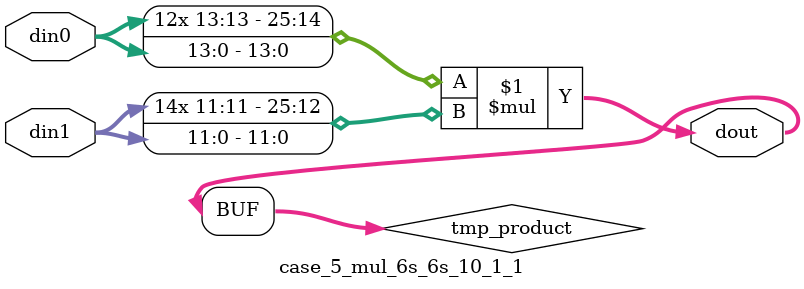
<source format=v>

`timescale 1 ns / 1 ps

 module case_5_mul_6s_6s_10_1_1(din0, din1, dout);
parameter ID = 1;
parameter NUM_STAGE = 0;
parameter din0_WIDTH = 14;
parameter din1_WIDTH = 12;
parameter dout_WIDTH = 26;

input [din0_WIDTH - 1 : 0] din0; 
input [din1_WIDTH - 1 : 0] din1; 
output [dout_WIDTH - 1 : 0] dout;

wire signed [dout_WIDTH - 1 : 0] tmp_product;



























assign tmp_product = $signed(din0) * $signed(din1);








assign dout = tmp_product;





















endmodule

</source>
